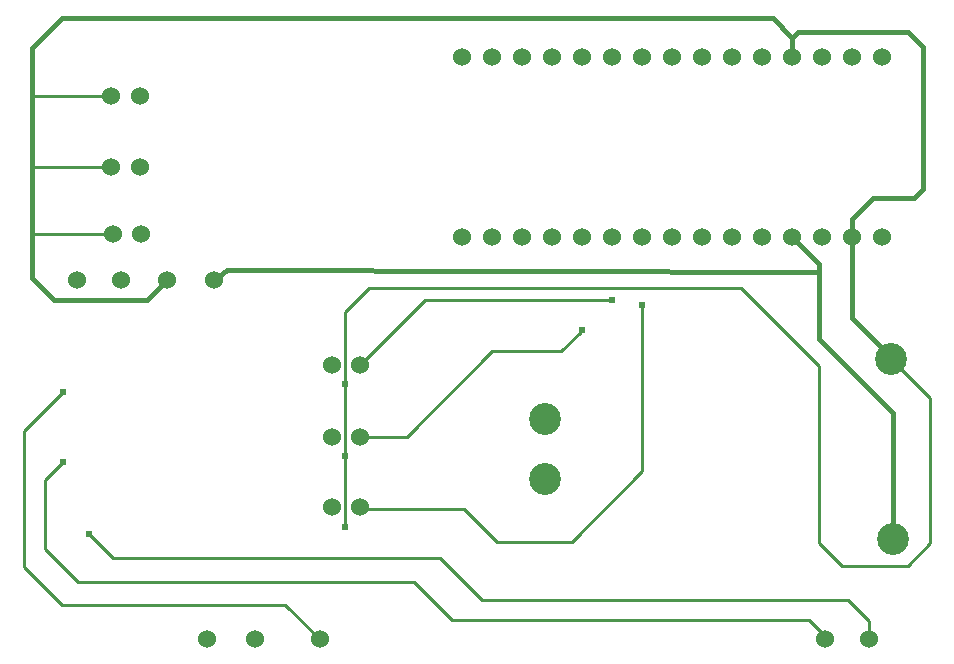
<source format=gbl>
G04 Layer: BottomLayer*
G04 EasyEDA v6.5.50, 2025-05-27 18:24:41*
G04 52539cb3a7ae454bb971d49213b625aa,b37a74ae5ac9402f918d5afa9d52dbed,10*
G04 Gerber Generator version 0.2*
G04 Scale: 100 percent, Rotated: No, Reflected: No *
G04 Dimensions in millimeters *
G04 leading zeros omitted , absolute positions ,4 integer and 5 decimal *
%FSLAX45Y45*%
%MOMM*%

%ADD10C,0.4000*%
%ADD11C,0.2540*%
%ADD12C,1.5240*%
%ADD13C,2.7000*%
%ADD14C,0.6200*%
%ADD15C,0.0185*%

%LPD*%
D10*
X6565900Y5308600D02*
G01*
X6400800Y5473700D01*
X381000Y5473700D01*
X127000Y5219700D01*
X127000Y3276600D01*
X317500Y3086100D01*
X856995Y3086100D01*
X1100581Y3086100D01*
X1274318Y3259836D01*
D11*
X2908300Y1930400D02*
G01*
X3302000Y1930400D01*
X4025900Y2654300D01*
X4610100Y2654300D01*
X4775200Y2819400D01*
X4787900Y2832100D01*
D10*
X1668015Y3259838D02*
G01*
X1778000Y3340100D01*
X6794500Y3327400D01*
X6794500Y3048000D01*
X6565900Y5143500D02*
G01*
X6565900Y5308600D01*
X7404100Y2590800D02*
G01*
X7404100Y2604678D01*
X7073900Y2934878D01*
X7416800Y1066800D02*
G01*
X7416800Y2133600D01*
X6794500Y2755900D01*
X6794500Y3390900D01*
X6565900Y3619500D01*
X7073900Y3619500D02*
G01*
X7073900Y3771900D01*
X7251700Y3949700D01*
X7594600Y3949700D01*
X7670800Y4025900D01*
X7670800Y5232400D01*
X7543800Y5359400D01*
X6616700Y5359400D01*
X6565900Y5308600D01*
X7073900Y3619500D02*
G01*
X7073900Y2933700D01*
D11*
X800100Y4817821D02*
G01*
X127000Y4817821D01*
X800100Y4216400D02*
G01*
X127000Y4216400D01*
X812800Y3644900D02*
G01*
X127000Y3644900D01*
X2781300Y1168400D02*
G01*
X2781300Y1765300D01*
X2781300Y1765300D02*
G01*
X2781300Y2374900D01*
X2781300Y2374900D02*
G01*
X2781300Y2984500D01*
X2984500Y3187700D01*
X3022600Y3187700D01*
X3022600Y3187700D02*
G01*
X6134100Y3187700D01*
X6794500Y2527300D01*
X6794500Y1028700D01*
X6985000Y838200D01*
X7543800Y838200D01*
X7734300Y1028700D01*
X7734300Y2260600D01*
X7404100Y2590800D01*
X5295900Y3048000D02*
G01*
X5295900Y1638300D01*
X4699000Y1041400D01*
X4064000Y1041400D01*
X3784600Y1320800D01*
X2908300Y1320800D01*
X2895600Y1333500D01*
X2565400Y215900D02*
G01*
X2273300Y508000D01*
X381000Y508000D01*
X63500Y825500D01*
X63500Y1981200D01*
X393700Y2311400D01*
X5041900Y3086100D02*
G01*
X3454400Y3086100D01*
X2908300Y2540000D01*
X6845300Y215900D02*
G01*
X6845300Y241300D01*
X6705600Y381000D01*
X7213600Y215900D02*
G01*
X7213600Y368300D01*
X7035800Y546100D01*
X7035800Y546100D02*
G01*
X3937000Y546100D01*
X3581400Y901700D01*
X812800Y901700D01*
X609600Y1104900D01*
X6705600Y381000D02*
G01*
X3683000Y381000D01*
X3365500Y698500D01*
X520700Y698500D01*
X241300Y977900D01*
X241300Y1562100D01*
X393700Y1714500D01*
D12*
G01*
X3771900Y3619500D03*
G01*
X4025900Y3619500D03*
G01*
X4279900Y3619500D03*
G01*
X4533900Y3619500D03*
G01*
X4787900Y3619500D03*
G01*
X5041900Y3619500D03*
G01*
X5295900Y3619500D03*
G01*
X5549900Y3619500D03*
G01*
X5803900Y3619500D03*
G01*
X6057900Y3619500D03*
G01*
X6311900Y3619500D03*
G01*
X6565900Y3619500D03*
G01*
X6819900Y3619500D03*
G01*
X7073900Y3619500D03*
G01*
X7327900Y3619500D03*
G01*
X7327900Y5143500D03*
G01*
X7073900Y5143500D03*
G01*
X6819900Y5143500D03*
G01*
X6565900Y5143500D03*
G01*
X6311900Y5143500D03*
G01*
X6057900Y5143500D03*
G01*
X5803900Y5143500D03*
G01*
X5549900Y5143500D03*
G01*
X5295900Y5143500D03*
G01*
X5041900Y5143500D03*
G01*
X4787900Y5143500D03*
G01*
X4533900Y5143500D03*
G01*
X4279900Y5143500D03*
G01*
X4025900Y5143500D03*
G01*
X3771900Y5143500D03*
G01*
X1054100Y3644900D03*
G01*
X812800Y3644900D03*
G01*
X1041400Y4216400D03*
G01*
X800100Y4216400D03*
G01*
X800100Y4817821D03*
G01*
X1041400Y4817821D03*
G01*
X2667000Y1333500D03*
G01*
X2908300Y1333500D03*
G01*
X2667000Y1930400D03*
G01*
X2908300Y1930400D03*
G01*
X2908300Y2540000D03*
G01*
X2667000Y2540000D03*
D13*
G01*
X4470400Y1574800D03*
G01*
X4470400Y2082800D03*
G01*
X7416800Y1066800D03*
G01*
X7404100Y2590800D03*
D12*
G01*
X2565400Y215900D03*
G01*
X2019300Y215900D03*
G01*
X1612900Y215900D03*
G01*
X6845300Y215900D03*
G01*
X7213600Y215900D03*
G01*
X1668018Y3259836D03*
G01*
X1274318Y3259836D03*
G01*
X880618Y3259836D03*
G01*
X512318Y3259836D03*
D14*
G01*
X5041900Y3086100D03*
G01*
X4787900Y2832100D03*
G01*
X393700Y2311400D03*
G01*
X393700Y1714500D03*
G01*
X5295900Y3048000D03*
G01*
X609600Y1104900D03*
G01*
X2781300Y1168400D03*
G01*
X2781300Y1765300D03*
G01*
X2781300Y2374900D03*
M02*

</source>
